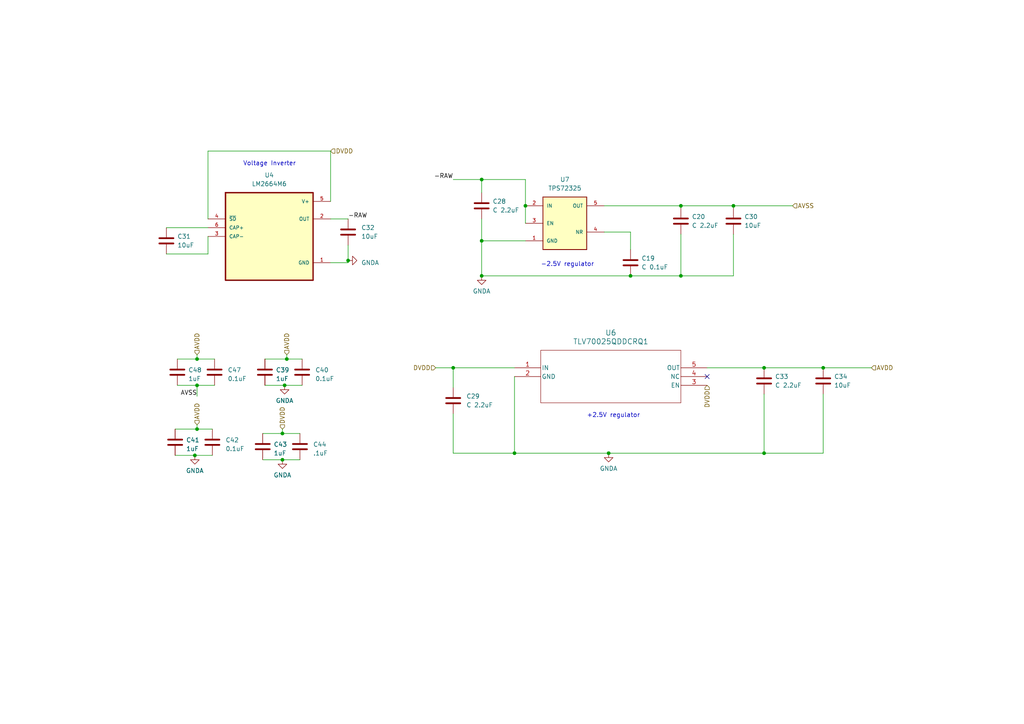
<source format=kicad_sch>
(kicad_sch (version 20230121) (generator eeschema)
  (paper "A4")
  (title_block (title "Monolith") (company "Monolith BCI"))
  (lib_symbols
    (symbol "Device:C" (pin_numbers hide) (pin_names (offset 0.254))
      (property "Reference" "C" (at 0.635 2.54 0))
      (property "Value" "C" (at 0.635 -2.54 0))
      (symbol "C_0_1"
        (polyline (pts (xy -2.032 -0.762) (xy 2.032 -0.762)) (stroke (width 0.508)))
        (polyline (pts (xy -2.032 0.762) (xy 2.032 0.762)) (stroke (width 0.508)))
      )
      (symbol "C_1_1"
        (pin passive line (at 0 3.81 270) (length 2.794) (name "~") (number "1"))
        (pin passive line (at 0 -3.81 90) (length 2.794) (name "~") (number "2"))
      )
    )
    (symbol "LM2664M6:LM2664M6" (pin_names (offset 1.016))
      (property "Reference" "U" (at -12.7 13.7 0))
      (property "Value" "LM2664M6" (at -12.7 -16.7 0))
      (symbol "LM2664M6_0_0"
        (rectangle (start -12.7 -12.7) (end 12.7 12.7) (stroke (width 0.41)) (fill (type background)))
        (pin power_in line (at 17.78 -7.62 180) (length 5.08) (name "GND") (number "1"))
        (pin output line (at 17.78 5.08 180) (length 5.08) (name "OUT") (number "2"))
        (pin input line (at -17.78 0 0) (length 5.08) (name "CAP-") (number "3"))
        (pin input line (at -17.78 5.08 0) (length 5.08) (name "~{SD}") (number "4"))
        (pin power_in line (at 17.78 10.16 180) (length 5.08) (name "V+") (number "5"))
        (pin input line (at -17.78 2.54 0) (length 5.08) (name "CAP+") (number "6"))
      )
    )
    (symbol "TLV700XX-Q1:TLV70025QDDCRQ1" (pin_names (offset 0.254))
      (property "Reference" "U" (at 27.94 10.16 0))
      (property "Value" "TLV70025QDDCRQ1" (at 27.94 7.62 0))
      (symbol "TLV70025QDDCRQ1_0_1"
        (polyline (pts (xy 7.62 -10.16) (xy 48.26 -10.16)) (stroke (width 0.127)))
        (polyline (pts (xy 7.62 5.08) (xy 7.62 -10.16)) (stroke (width 0.127)))
        (polyline (pts (xy 48.26 -10.16) (xy 48.26 5.08)) (stroke (width 0.127)))
        (polyline (pts (xy 48.26 5.08) (xy 7.62 5.08)) (stroke (width 0.127)))
        (pin input line (at 0 0 0) (length 7.62) (name "IN") (number "1"))
        (pin power_in line (at 0 -2.54 0) (length 7.62) (name "GND") (number "2"))
        (pin unspecified line (at 55.88 -5.08 180) (length 7.62) (name "EN") (number "3"))
        (pin unspecified line (at 55.88 -2.54 180) (length 7.62) (name "NC") (number "4"))
        (pin output line (at 55.88 0 180) (length 7.62) (name "OUT") (number "5"))
      )
    )
    (symbol "TPS72325:TPS72325" (pin_names (offset 1.016))
      (property "Reference" "U" (at -5.08 7.62 0))
      (property "Value" "TPS72325" (at -5.08 -10.16 0))
      (symbol "TPS72325_0_0"
        (rectangle (start -7.62 -7.62) (end 5.08 7.62) (stroke (width 0.254)) (fill (type background)))
        (pin bidirectional line (at -12.7 -5.08 0) (length 5.08) (name "GND") (number "1"))
        (pin bidirectional line (at -12.7 5.08 0) (length 5.08) (name "IN") (number "2"))
        (pin bidirectional line (at -12.7 0 0) (length 5.08) (name "EN") (number "3"))
        (pin bidirectional line (at 10.16 -2.54 180) (length 5.08) (name "NR") (number "4"))
        (pin bidirectional line (at 10.16 5.08 180) (length 5.08) (name "OUT") (number "5"))
      )
    )
    (symbol "power:GNDA" (power) (pin_names (offset 0))
      (property "Value" "GNDA" (at 0 -3.81 0))
      (symbol "GNDA_0_1"
        (polyline (pts (xy 0 0) (xy 0 -1.27) (xy 1.27 -1.27) (xy 0 -2.54) (xy -1.27 -1.27) (xy 0 -1.27)))
      )
      (symbol "GNDA_1_1"
        (pin power_in line (at 0 0 270) (length 0) hide (name "GNDA") (number "1"))
      )
    )
  )
  (junction (at 221.615 106.68))
  (junction (at 131.445 106.68))
  (junction (at 139.7 80.01))
  (junction (at 176.53 131.445))
  (junction (at 57.15 124.46))
  (junction (at 82.55 111.76))
  (junction (at 81.915 125.73))
  (junction (at 197.485 59.69))
  (junction (at 83.185 104.14))
  (junction (at 81.915 133.35))
  (junction (at 57.15 104.14))
  (junction (at 182.88 80.01))
  (junction (at 139.7 69.85))
  (junction (at 197.485 80.01))
  (junction (at 238.76 106.68))
  (junction (at 57.15 111.76))
  (junction (at 212.725 59.69))
  (junction (at 139.7 52.07))
  (junction (at 221.615 131.445))
  (junction (at 56.515 132.08))
  (junction (at 152.4 59.69))
  (junction (at 149.225 131.445))
  (junction (at 100.965 75.565))
  (no_connect (at 205.105 109.22))
  (wire (pts (xy 57.15 111.76) (xy 57.15 114.935)))
  (wire (pts (xy 182.88 67.31) (xy 182.88 72.39)))
  (wire (pts (xy 100.965 71.12) (xy 100.965 75.565)))
  (wire (pts (xy 131.445 106.68) (xy 131.445 112.395)))
  (wire (pts (xy 83.185 102.87) (xy 83.185 104.14)))
  (wire (pts (xy 238.76 106.68) (xy 252.73 106.68)))
  (wire (pts (xy 212.725 67.945) (xy 212.725 80.01)))
  (wire (pts (xy 100.965 75.565) (xy 100.965 76.2)))
  (wire (pts (xy 197.485 67.945) (xy 197.485 80.01)))
  (wire (pts (xy 95.885 76.2) (xy 100.965 76.2)))
  (wire (pts (xy 76.835 111.76) (xy 82.55 111.76)))
  (wire (pts (xy 81.915 133.35) (xy 86.995 133.35)))
  (wire (pts (xy 139.7 80.01) (xy 139.7 69.85)))
  (wire (pts (xy 57.15 102.87) (xy 57.15 104.14)))
  (wire (pts (xy 139.7 63.5) (xy 139.7 69.85)))
  (wire (pts (xy 149.225 131.445) (xy 176.53 131.445)))
  (wire (pts (xy 175.26 67.31) (xy 182.88 67.31)))
  (wire (pts (xy 126.365 106.68) (xy 131.445 106.68)))
  (wire (pts (xy 152.4 52.07) (xy 152.4 59.69)))
  (wire (pts (xy 81.915 124.46) (xy 81.915 125.73)))
  (wire (pts (xy 139.7 52.07) (xy 152.4 52.07)))
  (wire (pts (xy 131.445 52.07) (xy 139.7 52.07)))
  (wire (pts (xy 81.915 125.73) (xy 86.995 125.73)))
  (wire (pts (xy 76.2 133.35) (xy 81.915 133.35)))
  (wire (pts (xy 139.7 52.07) (xy 139.7 55.88)))
  (wire (pts (xy 212.725 80.01) (xy 197.485 80.01)))
  (wire (pts (xy 60.325 43.815) (xy 95.885 43.815)))
  (wire (pts (xy 57.15 111.76) (xy 62.23 111.76)))
  (wire (pts (xy 139.7 69.85) (xy 152.4 69.85)))
  (wire (pts (xy 57.15 123.19) (xy 57.15 124.46)))
  (wire (pts (xy 152.4 59.69) (xy 152.4 64.77)))
  (wire (pts (xy 83.185 104.14) (xy 76.835 104.14)))
  (wire (pts (xy 131.445 106.68) (xy 149.225 106.68)))
  (wire (pts (xy 221.615 131.445) (xy 238.76 131.445)))
  (wire (pts (xy 212.725 59.69) (xy 212.725 60.325)))
  (wire (pts (xy 48.26 66.04) (xy 60.325 66.04)))
  (wire (pts (xy 56.515 132.08) (xy 61.595 132.08)))
  (wire (pts (xy 149.225 109.22) (xy 149.225 131.445)))
  (wire (pts (xy 87.63 104.14) (xy 83.185 104.14)))
  (wire (pts (xy 131.445 131.445) (xy 149.225 131.445)))
  (wire (pts (xy 76.2 125.73) (xy 81.915 125.73)))
  (wire (pts (xy 57.15 124.46) (xy 50.8 124.46)))
  (wire (pts (xy 57.15 104.14) (xy 51.435 104.14)))
  (wire (pts (xy 82.55 111.76) (xy 87.63 111.76)))
  (wire (pts (xy 205.105 106.68) (xy 221.615 106.68)))
  (wire (pts (xy 62.23 104.14) (xy 57.15 104.14)))
  (wire (pts (xy 176.53 131.445) (xy 221.615 131.445)))
  (wire (pts (xy 51.435 111.76) (xy 57.15 111.76)))
  (wire (pts (xy 50.8 132.08) (xy 56.515 132.08)))
  (wire (pts (xy 60.325 73.66) (xy 48.26 73.66)))
  (wire (pts (xy 182.88 80.01) (xy 139.7 80.01)))
  (wire (pts (xy 182.88 80.01) (xy 197.485 80.01)))
  (wire (pts (xy 238.76 131.445) (xy 238.76 114.3)))
  (wire (pts (xy 197.485 59.69) (xy 212.725 59.69)))
  (wire (pts (xy 212.725 59.69) (xy 229.87 59.69)))
  (wire (pts (xy 197.485 59.69) (xy 197.485 60.325)))
  (wire (pts (xy 221.615 131.445) (xy 221.615 114.3)))
  (wire (pts (xy 60.325 68.58) (xy 60.325 73.66)))
  (wire (pts (xy 95.885 63.5) (xy 100.965 63.5)))
  (wire (pts (xy 221.615 106.68) (xy 238.76 106.68)))
  (wire (pts (xy 175.26 59.69) (xy 197.485 59.69)))
  (wire (pts (xy 60.325 63.5) (xy 60.325 43.815)))
  (wire (pts (xy 131.445 120.015) (xy 131.445 131.445)))
  (wire (pts (xy 61.595 124.46) (xy 57.15 124.46)))
  (wire (pts (xy 95.885 43.815) (xy 95.885 58.42)))
  (text "+2.5V regulator" (at 170.18 121.285 0) (effects (font (size 1.27 1.27)) (justify left bottom)))
  (text "-2.5V regulator" (at 156.845 77.47 0) (effects (font (size 1.27 1.27)) (justify left bottom)))
  (text "Voltage Inverter" (at 70.485 48.26 0) (effects (font (size 1.27 1.27)) (justify left bottom)))
  (label "-RAW" (at 100.965 63.5 0))
  (label "AVSS" (at 57.15 114.935 180))
  (label "-RAW" (at 131.445 52.07 180))
  (hierarchical_label "AVDD" (shape input) (at 252.73 106.68 0))
  (hierarchical_label "DVDD" (shape input) (at 95.885 43.815 0))
  (hierarchical_label "AVDD" (shape input) (at 57.15 123.19 90))
  (hierarchical_label "AVDD" (shape input) (at 83.185 102.87 90))
  (hierarchical_label "AVDD" (shape input) (at 57.15 102.87 90))
  (hierarchical_label "AVSS" (shape input) (at 229.87 59.69 0))
  (hierarchical_label "DVDD" (shape input) (at 81.915 124.46 90))
  (hierarchical_label "DVDD" (shape input) (at 126.365 106.68 180))
  (hierarchical_label "DVDD" (shape input) (at 205.105 111.76 270))
  (symbol (lib_id "Device:C") (at 238.76 110.49 0) (unit 1)
    (property "Reference" "C34" (at 241.935 109.22 0) (effects (justify left)))
    (property "Value" "10uF" (at 241.935 111.76 0) (effects (justify left)))
    (property "Footprint" "Capacitor_SMD:C_0603_1608Metric" (effects hide))
    (property "LCSC" "C96446" (effects hide))
    (instances (project "ads-power" (path "" (reference "C34") (unit 1))) (project "Monolith" (path "" (reference "C55") (unit 1))))
  )
  (symbol (lib_id "Device:C") (at 87.63 107.95 0) (unit 1)
    (property "Reference" "C40" (at 91.44 107.315 0) (effects (justify left)))
    (property "Value" "0.1uF" (at 91.44 109.855 0) (effects (justify left)))
    (property "Footprint" "Capacitor_SMD:C_0603_1608Metric" (effects hide))
    (property "LCSC" "C14663" (effects hide))
    (instances (project "Monolith" (path "" (reference "C40") (unit 1)) (path "" (reference "C48") (unit 1))))
  )
  (symbol (lib_id "Device:C") (at 221.615 110.49 0) (unit 1)
    (property "Reference" "C33" (at 224.79 109.22 0) (effects (justify left)))
    (property "Value" "C 2.2uF" (at 224.79 111.76 0) (effects (justify left)))
    (property "Footprint" "Capacitor_SMD:C_0603_1608Metric" (effects hide))
    (property "LCSC" "C23630" (effects hide))
    (instances (project "ads-power" (path "" (reference "C33") (unit 1))) (project "Monolith" (path "" (reference "C54") (unit 1))))
  )
  (symbol (lib_id "Device:C") (at 212.725 64.135 0) (unit 1)
    (property "Reference" "C30" (at 215.9 62.865 0) (effects (justify left)))
    (property "Value" "10uF" (at 215.9 65.405 0) (effects (justify left)))
    (property "Footprint" "Capacitor_SMD:C_0603_1608Metric" (effects hide))
    (property "LCSC" "C96446" (effects hide))
    (instances (project "ads-power" (path "" (reference "C30") (unit 1))) (project "Monolith" (path "" (reference "C53") (unit 1))))
  )
  (symbol (lib_id "Device:C") (at 182.88 76.2 0) (unit 1)
    (property "Reference" "C19" (at 186.055 74.93 0) (effects (justify left)))
    (property "Value" "C 0.1uF" (at 186.055 77.47 0) (effects (justify left)))
    (property "Footprint" "Capacitor_SMD:C_0603_1608Metric" (effects hide))
    (property "LCSC" "C14663" (effects hide))
    (instances (project "ads-power" (path "" (reference "C19") (unit 1))) (project "Monolith" (path "" (reference "C51") (unit 1))))
  )
  (symbol (lib_id "Device:C") (at 139.7 59.69 0) (unit 1)
    (property "Reference" "C28" (at 142.875 58.42 0) (effects (justify left)))
    (property "Value" "C 2.2uF" (at 142.875 60.96 0) (effects (justify left)))
    (property "Footprint" "Capacitor_SMD:C_0603_1608Metric" (effects hide))
    (property "LCSC" "C23630" (effects hide))
    (instances (project "ads-power" (path "" (reference "C28") (unit 1))) (project "Monolith" (path "" (reference "C50") (unit 1))))
  )
  (symbol (lib_id "power:GNDA") (at 81.915 133.35 0) (unit 1)
    (property "Reference" "#PWR055" (effects hide))
    (property "Value" "GNDA" (at 81.915 137.795 0))
  )
  (symbol (lib_id "TPS72325:TPS72325") (at 165.1 64.77 0) (unit 1)
    (property "Reference" "U7" (at 163.83 52.07 0))
    (property "Value" "TPS72325" (at 163.83 54.61 0))
    (property "Footprint" "TPS72325DBVR:SOT95P280X145-5N" (effects hide))
    (property "MF" "Texas Instruments" (effects hide))
    (property "Description" "\nLinear Voltage Regulator IC Negative Fixed 1 Output 200mA SOT-23-5\n" (effects hide))
    (property "Package" "None" (effects hide))
    (property "Price" "None" (effects hide))
    (property "SnapEDA_Link" "https://www.snapeda.com/parts/TPS72325/Texas+Instruments/view-part/?ref=snap" (effects hide))
    (property "MP" "TPS72325" (effects hide))
    (property "Availability" "Not in stock" (effects hide))
    (property "Check_prices" "https://www.snapeda.com/parts/TPS72325/Texas+Instruments/view-part/?ref=eda" (effects hide))
    (property "LCSC" "C69932" (effects hide))
    (instances (project "ads-power" (path "" (reference "U7") (unit 1))) (project "Monolith" (path "" (reference "U6") (unit 1))))
  )
  (symbol (lib_id "power:GNDA") (at 176.53 131.445 0) (unit 1)
    (property "Reference" "#PWR030" (effects hide))
    (property "Value" "GNDA" (at 176.53 135.89 0))
    (instances (project "ads-power" (path "" (reference "#PWR030") (unit 1))) (project "Monolith" (path "" (reference "#PWR057") (unit 1))))
  )
  (symbol (lib_id "Device:C") (at 62.23 107.95 0) (unit 1)
    (property "Reference" "C47" (at 66.04 107.315 0) (effects (justify left)))
    (property "Value" "0.1uF" (at 66.04 109.855 0) (effects (justify left)))
    (property "Footprint" "Capacitor_SMD:C_0603_1608Metric" (effects hide))
    (property "LCSC" "C14663" (effects hide))
    (instances (project "Monolith" (path "" (reference "C47") (unit 1)) (path "" (reference "C42") (unit 1))))
  )
  (symbol (lib_id "LM2664M6:LM2664M6") (at 78.105 68.58 0) (unit 1)
    (property "Reference" "U4" (at 78.105 50.8 0))
    (property "Value" "LM2664M6" (at 78.105 53.34 0))
    (property "Footprint" "LM2664M6:SOT95P280X145-6N" (effects hide))
    (property "MF" "Texas Instruments" (effects hide))
    (property "Description" " 1.8V to 5.5Vin Switched Capacitor Voltage Converter 6-SOT-23 -40 to 85 " (effects hide))
    (property "Package" "SOT-23-6 Texas Instruments" (effects hide))
    (property "Price" "None" (effects hide))
    (property "SnapEDA_Link" "https://www.snapeda.com/parts/LM2664M6/Texas+Instruments/view-part/?ref=snap" (effects hide))
    (property "MP" "LM2664M6" (effects hide))
    (property "Purchase-URL" "https://www.snapeda.com/api/url_track_click_mouser/?unipart_id=27302&manufacturer=Texas Instruments&part_name=LM2664M6&search_term=lm2664" (effects hide))
    (property "Availability" "In Stock" (effects hide))
    (property "Check_prices" "https://www.snapeda.com/parts/LM2664M6/Texas+Instruments/view-part/?ref=eda" (effects hide))
    (property "DigiKey_Part_Number" "LM2664M6" (effects hide))
    (property "LCSC" " C840095" (effects hide))
  )
  (symbol (lib_id "Device:C") (at 76.835 107.95 0) (unit 1)
    (property "Reference" "C39" (at 80.01 107.315 0) (effects (justify left)))
    (property "Value" "1uF" (at 80.01 109.855 0) (effects (justify left)))
    (property "Footprint" "Capacitor_SMD:C_0603_1608Metric" (effects hide))
    (property "LCSC" "C15849" (effects hide))
    (instances (project "Monolith" (path "" (reference "C39") (unit 1)) (path "" (reference "C44") (unit 1))))
  )
  (symbol (lib_id "Device:C") (at 86.995 129.54 0) (unit 1)
    (property "Reference" "C44" (at 90.805 128.905 0) (effects (justify left)))
    (property "Value" ".1uF" (at 90.805 131.445 0) (effects (justify left)))
    (property "Footprint" "Capacitor_SMD:C_0603_1608Metric" (effects hide))
    (property "LCSC" "C14663" (effects hide))
    (instances (project "Monolith" (path "" (reference "C44") (unit 1)) (path "" (reference "C47") (unit 1))))
  )
  (symbol (lib_id "Device:C") (at 100.965 67.31 0) (unit 1)
    (property "Reference" "C32" (at 104.775 66.04 0) (effects (justify left)))
    (property "Value" "10uF" (at 104.775 68.58 0) (effects (justify left)))
    (property "Footprint" "Capacitor_SMD:C_0603_1608Metric" (effects hide))
    (property "LCSC" "C96446" (effects hide))
    (instances (project "ads-power" (path "" (reference "C32") (unit 1))) (project "Monolith" (path "" (reference "C46") (unit 1))))
  )
  (symbol (lib_id "Device:C") (at 51.435 107.95 0) (unit 1)
    (property "Reference" "C48" (at 54.61 107.315 0) (effects (justify left)))
    (property "Value" "1uF" (at 54.61 109.855 0) (effects (justify left)))
    (property "Footprint" "Capacitor_SMD:C_0603_1608Metric" (effects hide))
    (property "LCSC" "C15849" (effects hide))
    (instances (project "Monolith" (path "" (reference "C48") (unit 1)) (path "" (reference "C40") (unit 1))))
  )
  (symbol (lib_id "Device:C") (at 197.485 64.135 0) (unit 1)
    (property "Reference" "C20" (at 200.66 62.865 0) (effects (justify left)))
    (property "Value" "C 2.2uF" (at 200.66 65.405 0) (effects (justify left)))
    (property "Footprint" "Capacitor_SMD:C_0603_1608Metric" (effects hide))
    (property "LCSC" "C23630" (effects hide))
    (instances (project "ads-power" (path "" (reference "C20") (unit 1))) (project "Monolith" (path "" (reference "C52") (unit 1))))
  )
  (symbol (lib_id "power:GNDA") (at 139.7 80.01 0) (unit 1)
    (property "Reference" "#PWR046" (effects hide))
    (property "Value" "GNDA" (at 139.7 84.455 0))
    (instances (project "ads-power" (path "" (reference "#PWR046") (unit 1))) (project "Monolith" (path "" (reference "#PWR058") (unit 1))))
  )
  (symbol (lib_id "Device:C") (at 48.26 69.85 0) (unit 1)
    (property "Reference" "C31" (at 51.435 68.58 0) (effects (justify left)))
    (property "Value" "10uF" (at 51.435 71.12 0) (effects (justify left)))
    (property "Footprint" "Capacitor_SMD:C_0603_1608Metric" (effects hide))
    (property "LCSC" "C96446" (effects hide))
    (instances (project "ads-power" (path "" (reference "C31") (unit 1))) (project "Monolith" (path "" (reference "C45") (unit 1))))
  )
  (symbol (lib_id "power:GNDA") (at 82.55 111.76 0) (unit 1)
    (property "Reference" "#PWR051" (effects hide))
    (property "Value" "GNDA" (at 82.55 116.205 0))
    (instances (project "Monolith" (path "" (reference "#PWR051") (unit 1)) (path "" (reference "#PWR056") (unit 1))))
  )
  (symbol (lib_id "power:GNDA") (at 56.515 132.08 0) (unit 1)
    (property "Reference" "#PWR054" (effects hide))
    (property "Value" "GNDA" (at 56.515 136.525 0))
    (instances (project "Monolith" (path "" (reference "#PWR054") (unit 1)) (path "" (reference "#PWR051") (unit 1))))
  )
  (symbol (lib_id "power:GNDA") (at 100.965 75.565 90) (unit 1)
    (property "Reference" "#PWR046" (effects hide))
    (property "Value" "GNDA" (at 104.775 76.2 90) (effects (justify right)))
    (instances (project "ads-power" (path "" (reference "#PWR046") (unit 1))) (project "Monolith" (path "" (reference "#PWR053") (unit 1))))
  )
  (symbol (lib_id "Device:C") (at 76.2 129.54 0) (unit 1)
    (property "Reference" "C43" (at 79.375 128.905 0) (effects (justify left)))
    (property "Value" "1uF" (at 79.375 131.445 0) (effects (justify left)))
    (property "Footprint" "Capacitor_SMD:C_0603_1608Metric" (effects hide))
    (property "LCSC" "C15849" (effects hide))
  )
  (symbol (lib_id "TLV700XX-Q1:TLV70025QDDCRQ1") (at 149.225 106.68 0) (unit 1)
    (property "Reference" "U6" (at 177.165 96.52 0) (effects (font (size 1.524 1.524))))
    (property "Value" "TLV70025QDDCRQ1" (at 177.165 99.06 0) (effects (font (size 1.524 1.524))))
    (property "Footprint" "TLV70025QDDCRQ1:SOT95P280X110-5N" (effects hide))
    (property "Datasheet" "TLV70025QDDCRQ1" (effects hide))
    (property "LCSC" "C2867307" (effects hide))
    (instances (project "ads-power" (path "" (reference "U6") (unit 1))) (project "Monolith" (path "" (reference "U5") (unit 1))))
  )
  (symbol (lib_id "Device:C") (at 131.445 116.205 0) (unit 1)
    (property "Reference" "C29" (at 135.255 114.935 0) (effects (justify left)))
    (property "Value" "C 2.2uF" (at 135.255 117.475 0) (effects (justify left)))
    (property "Footprint" "Capacitor_SMD:C_0603_1608Metric" (effects hide))
    (property "LCSC" "C23630" (effects hide))
    (instances (project "ads-power" (path "" (reference "C29") (unit 1))) (project "Monolith" (path "" (reference "C49") (unit 1))))
  )
  (symbol (lib_id "Device:C") (at 50.8 128.27 0) (unit 1)
    (property "Reference" "C41" (at 53.975 127.635 0) (effects (justify left)))
    (property "Value" "1uF" (at 53.975 130.175 0) (effects (justify left)))
    (property "Footprint" "Capacitor_SMD:C_0603_1608Metric" (effects hide))
    (property "LCSC" "C15849" (effects hide))
    (instances (project "Monolith" (path "" (reference "C41") (unit 1)) (path "" (reference "C39") (unit 1))))
  )
  (symbol (lib_id "Device:C") (at 61.595 128.27 0) (unit 1)
    (property "Reference" "C42" (at 65.405 127.635 0) (effects (justify left)))
    (property "Value" "0.1uF" (at 65.405 130.175 0) (effects (justify left)))
    (property "Footprint" "Capacitor_SMD:C_0603_1608Metric" (effects hide))
    (property "LCSC" "C14663" (effects hide))
    (instances (project "Monolith" (path "" (reference "C42") (unit 1)) (path "" (reference "C41") (unit 1))))
  )
)
</source>
